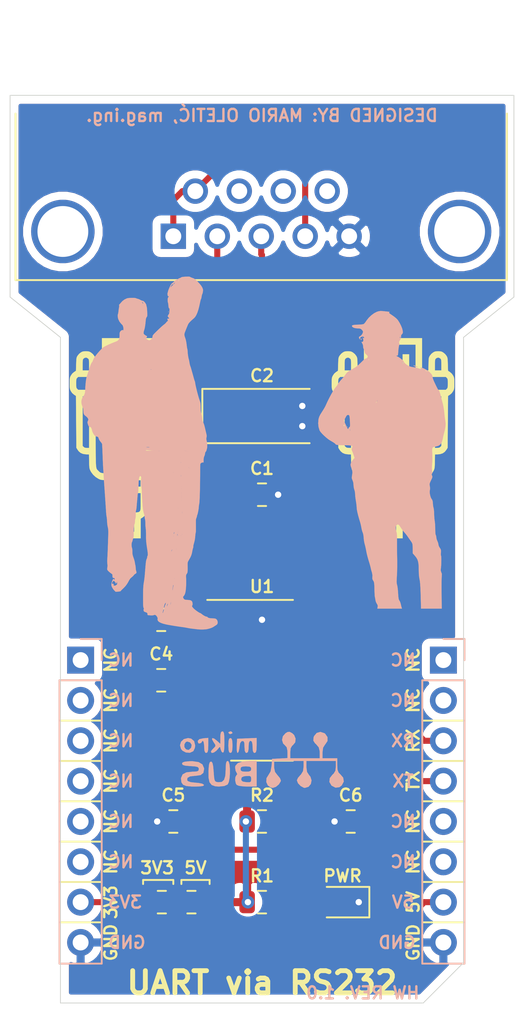
<source format=kicad_pcb>
(kicad_pcb (version 20171130) (host pcbnew "(5.1.5)-3")
  (layers (0 F.Cu signal) (31 B.Cu signal) (34 B.Paste user) (35 F.Paste user) (36 B.SilkS user) (37 F.SilkS user) (38 B.Mask user) (39 F.Mask user) (44 Edge.Cuts user))
  (net 0 "")
  (net 1 VCC)
  (net 2 GND)
  (net 3 "Net-(C3-Pad2)")
  (net 4 "Net-(C3-Pad1)")
  (net 5 "Net-(C4-Pad1)")
  (net 6 "Net-(C4-Pad2)")
  (net 7 "Net-(C5-Pad1)")
  (net 8 "Net-(C6-Pad1)")
  (net 9 "Net-(J1-Pad1)")
  (net 10 "Net-(J1-Pad2)")
  (net 11 "Net-(J1-Pad3)")
  (net 12 "Net-(J1-Pad4)")
  (net 13 "Net-(J1-Pad5)")
  (net 14 "Net-(J1-Pad6)")
  (net 15 +3V3)
  (net 16 +5V)
  (net 17 "Net-(J2-Pad6)")
  (net 18 "Net-(J2-Pad5)")
  (net 19 /TXD)
  (net 20 /RXD)
  (net 21 "Net-(J2-Pad2)")
  (net 22 "Net-(J2-Pad1)")
  (net 23 "Net-(J3-Pad1)")
  (net 24 /TX)
  (net 25 /RX)
  (net 26 "Net-(J3-Pad7)")
  (net 27 "Net-(J3-Pad8)")
  (net 28 "Net-(J3-Pad9)")
  (net 29 "Net-(PWR1-Pad2)")
  (net 30 "Net-(U1-Pad7)")
  (net 31 "Net-(U1-Pad8)")
  (net 32 "Net-(U1-Pad9)")
  (net 33 "Net-(U1-Pad10)")
  (module RS232_click:m&d_logo (layer B.Cu) (at 57.15 117.475 180)
    (fp_text reference G*** hide)
    (fp_text value LOGO hide)
  )
  (module RS232_click:me_logo (layer B.Cu) (at 71.374 118.11 180)
    (fp_text reference G*** hide)
    (fp_text value LOGO hide)
  )
  (module RS232_click:rs232_conn_logo (layer F.Cu) (at 55.245 116.84 90)
    (fp_text reference G*** hide)
    (fp_text value LOGO hide)
  )
  (module RS232_click:rs232_conn_logo (layer F.Cu) (at 71.755 116.84 90)
    (fp_text reference G*** hide)
    (fp_text value LOGO hide)
  )
  (module RS232_click:mikrobus_logo5 (layer B.Cu) (at 63.5 137.16 180)
    (fp_text reference G*** hide)
    (fp_text value LOGO hide)
  )
  (module Connector_Dsub:DSUB-9_Female_Horizontal_P2.77x2.84mm_EdgePinOffset4.94mm_Housed_MountingHolesOffset7.48mm (layer F.Cu) (at 57.912 104.1225 180)
    (fp_text reference J3 hide)
    (fp_text value DB9_Female hide)
    (pad 1 thru_hole rect (at 0 0 180) (size 1.6 1.6) (drill 1) (layers *.Cu *.Mask) (net 23 "Net-(J3-Pad1)"))
    (pad 2 thru_hole circle (at -2.77 0 180) (size 1.6 1.6) (drill 1) (layers *.Cu *.Mask) (net 24 /TX))
    (pad 3 thru_hole circle (at -5.54 0 180) (size 1.6 1.6) (drill 1) (layers *.Cu *.Mask) (net 25 /RX))
    (pad 4 thru_hole circle (at -8.31 0 180) (size 1.6 1.6) (drill 1) (layers *.Cu *.Mask) (net 23 "Net-(J3-Pad1)"))
    (pad 5 thru_hole circle (at -11.08 0 180) (size 1.6 1.6) (drill 1) (layers *.Cu *.Mask) (net 2 GND))
    (pad 6 thru_hole circle (at -1.385 2.84 180) (size 1.6 1.6) (drill 1) (layers *.Cu *.Mask) (net 23 "Net-(J3-Pad1)"))
    (pad 7 thru_hole circle (at -4.155 2.84 180) (size 1.6 1.6) (drill 1) (layers *.Cu *.Mask) (net 26 "Net-(J3-Pad7)"))
    (pad 8 thru_hole circle (at -6.925 2.84 180) (size 1.6 1.6) (drill 1) (layers *.Cu *.Mask) (net 27 "Net-(J3-Pad8)"))
    (pad 9 thru_hole circle (at -9.695 2.84 180) (size 1.6 1.6) (drill 1) (layers *.Cu *.Mask) (net 28 "Net-(J3-Pad9)"))
    (pad 0 thru_hole circle (at -18.04 0.3 180) (size 4 4) (drill 3.2) (layers *.Cu *.Mask))
    (pad 0 thru_hole circle (at 6.96 0.3 180) (size 4 4) (drill 3.2) (layers *.Cu *.Mask))
  )
  (module Capacitor_SMD:C_0805_2012Metric (layer F.Cu) (at 63.5 120.396)
    (fp_text reference C1 (at 0 -1.651) (layer F.SilkS) (effects (font (size 0.762 0.762))))
    (fp_text value 100nF hide)
    (pad 1 smd roundrect (at -0.9375 0) (size 0.975 1.4) (layers F.Cu F.Paste F.Mask) (net 1 VCC))
    (pad 2 smd roundrect (at 0.9375 0) (size 0.975 1.4) (layers F.Cu F.Paste F.Mask) (net 2 GND))
  )
  (module Capacitor_Tantalum_SMD:CP_EIA-6032-20_AVX-F (layer F.Cu) (at 63.5 115.443)
    (fp_text reference C2 (at 0 -2.54) (layer F.SilkS) (effects (font (size 0.762 0.762))))
    (fp_text value 10uF hide)
    (pad 1 smd roundrect (at -2.4625 0) (size 2.075 2.35) (layers F.Cu F.Paste F.Mask) (roundrect_rratio 0.120482) (net 1 VCC))
    (pad 2 smd roundrect (at 2.4625 0) (size 2.075 2.35) (layers F.Cu F.Paste F.Mask) (roundrect_rratio 0.120482) (net 2 GND))
  )
  (module Capacitor_SMD:C_0805_2012Metric (layer F.Cu) (at 57.15 128.27 180)
    (fp_text reference C3 (at 0 1.651) (layer F.SilkS) (effects (font (size 0.762 0.762))))
    (fp_text value 100nF hide)
    (pad 2 smd roundrect (at 0.9375 0 180) (size 0.975 1.4) (layers F.Cu F.Paste F.Mask) (net 3 "Net-(C3-Pad2)"))
    (pad 1 smd roundrect (at -0.9375 0 180) (size 0.975 1.4) (layers F.Cu F.Paste F.Mask) (net 4 "Net-(C3-Pad1)"))
  )
  (module Capacitor_SMD:C_0805_2012Metric (layer F.Cu) (at 57.15 132.08 180)
    (fp_text reference C4 (at 0 1.651) (layer F.SilkS) (effects (font (size 0.762 0.762))))
    (fp_text value 470nF hide)
    (pad 1 smd roundrect (at -0.9375 0 180) (size 0.975 1.4) (layers F.Cu F.Paste F.Mask) (net 5 "Net-(C4-Pad1)"))
    (pad 2 smd roundrect (at 0.9375 0 180) (size 0.975 1.4) (layers F.Cu F.Paste F.Mask) (net 6 "Net-(C4-Pad2)"))
  )
  (module Capacitor_SMD:C_0805_2012Metric (layer F.Cu) (at 57.912 140.97 180)
    (fp_text reference C5 (at 0 1.651) (layer F.SilkS) (effects (font (size 0.762 0.762))))
    (fp_text value 470nF hide)
    (pad 2 smd roundrect (at 0.9375 0 180) (size 0.975 1.4) (layers F.Cu F.Paste F.Mask) (net 2 GND))
    (pad 1 smd roundrect (at -0.9375 0 180) (size 0.975 1.4) (layers F.Cu F.Paste F.Mask) (net 7 "Net-(C5-Pad1)"))
  )
  (module Capacitor_SMD:C_0805_2012Metric (layer F.Cu) (at 69.088 140.97 180)
    (fp_text reference C6 (at 0 1.651) (layer F.SilkS) (effects (font (size 0.762 0.762))))
    (fp_text value 470nF hide)
    (pad 1 smd roundrect (at -0.9375 0 180) (size 0.975 1.4) (layers F.Cu F.Paste F.Mask) (net 8 "Net-(C6-Pad1)"))
    (pad 2 smd roundrect (at 0.9375 0 180) (size 0.975 1.4) (layers F.Cu F.Paste F.Mask) (net 2 GND))
  )
  (module Connector_PinHeader_2.54mm:PinHeader_1x08_P2.54mm_Vertical (layer B.Cu) (at 52.07 130.81 180)
    (fp_text reference J1 hide)
    (fp_text value Conn_01x08 hide)
    (pad 1 thru_hole rect (at 0 0 180) (size 1.7 1.7) (drill 1) (layers *.Cu *.Mask) (net 9 "Net-(J1-Pad1)"))
    (pad 2 thru_hole oval (at 0 -2.54 180) (size 1.7 1.7) (drill 1) (layers *.Cu *.Mask) (net 10 "Net-(J1-Pad2)"))
    (pad 3 thru_hole oval (at 0 -5.08 180) (size 1.7 1.7) (drill 1) (layers *.Cu *.Mask) (net 11 "Net-(J1-Pad3)"))
    (pad 4 thru_hole oval (at 0 -7.62 180) (size 1.7 1.7) (drill 1) (layers *.Cu *.Mask) (net 12 "Net-(J1-Pad4)"))
    (pad 5 thru_hole oval (at 0 -10.16 180) (size 1.7 1.7) (drill 1) (layers *.Cu *.Mask) (net 13 "Net-(J1-Pad5)"))
    (pad 6 thru_hole oval (at 0 -12.7 180) (size 1.7 1.7) (drill 1) (layers *.Cu *.Mask) (net 14 "Net-(J1-Pad6)"))
    (pad 7 thru_hole oval (at 0 -15.24 180) (size 1.7 1.7) (drill 1) (layers *.Cu *.Mask) (net 15 +3V3))
    (pad 8 thru_hole oval (at 0 -17.78 180) (size 1.7 1.7) (drill 1) (layers *.Cu *.Mask) (net 2 GND))
  )
  (module Connector_PinHeader_2.54mm:PinHeader_1x08_P2.54mm_Vertical (layer B.Cu) (at 74.93 130.81 180)
    (fp_text reference J2 hide)
    (fp_text value Conn_01x08 hide)
    (pad 8 thru_hole oval (at 0 -17.78 180) (size 1.7 1.7) (drill 1) (layers *.Cu *.Mask) (net 2 GND))
    (pad 7 thru_hole oval (at 0 -15.24 180) (size 1.7 1.7) (drill 1) (layers *.Cu *.Mask) (net 16 +5V))
    (pad 6 thru_hole oval (at 0 -12.7 180) (size 1.7 1.7) (drill 1) (layers *.Cu *.Mask) (net 17 "Net-(J2-Pad6)"))
    (pad 5 thru_hole oval (at 0 -10.16 180) (size 1.7 1.7) (drill 1) (layers *.Cu *.Mask) (net 18 "Net-(J2-Pad5)"))
    (pad 4 thru_hole oval (at 0 -7.62 180) (size 1.7 1.7) (drill 1) (layers *.Cu *.Mask) (net 19 /TXD))
    (pad 3 thru_hole oval (at 0 -5.08 180) (size 1.7 1.7) (drill 1) (layers *.Cu *.Mask) (net 20 /RXD))
    (pad 2 thru_hole oval (at 0 -2.54 180) (size 1.7 1.7) (drill 1) (layers *.Cu *.Mask) (net 21 "Net-(J2-Pad2)"))
    (pad 1 thru_hole rect (at 0 0 180) (size 1.7 1.7) (drill 1) (layers *.Cu *.Mask) (net 22 "Net-(J2-Pad1)"))
  )
  (module RS232_click:Jumper_0805 (layer F.Cu) (at 59.055 146.05 180)
    (fp_text reference JP1 hide)
    (fp_text value SolderJumper_3_Open hide)
    (pad 3 smd roundrect (at 2.8044 0 180) (size 0.975 1.4) (layers F.Cu F.Paste F.Mask) (net 15 +3V3))
    (pad 1 smd roundrect (at -0.9375 0 180) (size 0.975 1.4) (layers F.Cu F.Paste F.Mask) (net 16 +5V))
    (pad 2 smd roundrect (at 0.9375 0 180) (size 0.975 1.4) (layers F.Cu F.Paste F.Mask) (net 1 VCC))
  )
  (module LED_SMD:LED_0805_2012Metric (layer F.Cu) (at 68.58 146.05 180)
    (fp_text reference PWR1 hide)
    (fp_text value LED hide)
    (pad 1 smd roundrect (at -0.9375 0 180) (size 0.975 1.4) (layers F.Cu F.Paste F.Mask) (net 2 GND))
    (pad 2 smd roundrect (at 0.9375 0 180) (size 0.975 1.4) (layers F.Cu F.Paste F.Mask) (net 29 "Net-(PWR1-Pad2)"))
  )
  (module Resistor_SMD:R_0805_2012Metric (layer F.Cu) (at 63.5 146.05)
    (fp_text reference R1 (at 0 -1.65) (layer F.SilkS) (effects (font (size 0.762 0.762))))
    (fp_text value 4k7 hide)
    (pad 1 smd roundrect (at -0.9375 0) (size 0.975 1.4) (layers F.Cu F.Paste F.Mask) (net 1 VCC))
    (pad 2 smd roundrect (at 0.9375 0) (size 0.975 1.4) (layers F.Cu F.Paste F.Mask) (net 29 "Net-(PWR1-Pad2)"))
  )
  (module Resistor_SMD:R_0805_2012Metric (layer F.Cu) (at 63.5 140.97)
    (fp_text reference R2 (at 0 -1.65) (layer F.SilkS) (effects (font (size 0.762 0.762))))
    (fp_text value 1k hide)
    (pad 2 smd roundrect (at 0.9375 0) (size 0.975 1.4) (layers F.Cu F.Paste F.Mask) (net 19 /TXD))
    (pad 1 smd roundrect (at -0.9375 0) (size 0.975 1.4) (layers F.Cu F.Paste F.Mask) (net 1 VCC))
  )
  (module Package_SO:SOIC-16_3.9x9.9mm_P1.27mm (layer F.Cu) (at 63.5 132.08)
    (fp_text reference U1 (at 0 -5.9) (layer F.SilkS) (effects (font (size 0.762 0.762))))
    (fp_text value MAX3232 hide)
    (pad 1 smd roundrect (at -2.475 -4.445) (size 1.95 0.6) (layers F.Cu F.Paste F.Mask) (net 4 "Net-(C3-Pad1)"))
    (pad 2 smd roundrect (at -2.475 -3.175) (size 1.95 0.6) (layers F.Cu F.Paste F.Mask) (net 8 "Net-(C6-Pad1)"))
    (pad 3 smd roundrect (at -2.475 -1.905) (size 1.95 0.6) (layers F.Cu F.Paste F.Mask) (net 3 "Net-(C3-Pad2)"))
    (pad 4 smd roundrect (at -2.475 -0.635) (size 1.95 0.6) (layers F.Cu F.Paste F.Mask) (net 5 "Net-(C4-Pad1)"))
    (pad 5 smd roundrect (at -2.475 0.635) (size 1.95 0.6) (layers F.Cu F.Paste F.Mask) (net 6 "Net-(C4-Pad2)"))
    (pad 6 smd roundrect (at -2.475 1.905) (size 1.95 0.6) (layers F.Cu F.Paste F.Mask) (net 7 "Net-(C5-Pad1)"))
    (pad 7 smd roundrect (at -2.475 3.175) (size 1.95 0.6) (layers F.Cu F.Paste F.Mask) (net 30 "Net-(U1-Pad7)"))
    (pad 8 smd roundrect (at -2.475 4.445) (size 1.95 0.6) (layers F.Cu F.Paste F.Mask) (net 31 "Net-(U1-Pad8)"))
    (pad 9 smd roundrect (at 2.475 4.445) (size 1.95 0.6) (layers F.Cu F.Paste F.Mask) (net 32 "Net-(U1-Pad9)"))
    (pad 10 smd roundrect (at 2.475 3.175) (size 1.95 0.6) (layers F.Cu F.Paste F.Mask) (net 33 "Net-(U1-Pad10)"))
    (pad 11 smd roundrect (at 2.475 1.905) (size 1.95 0.6) (layers F.Cu F.Paste F.Mask) (net 19 /TXD))
    (pad 12 smd roundrect (at 2.475 0.635) (size 1.95 0.6) (layers F.Cu F.Paste F.Mask) (net 20 /RXD))
    (pad 13 smd roundrect (at 2.475 -0.635) (size 1.95 0.6) (layers F.Cu F.Paste F.Mask) (net 25 /RX))
    (pad 14 smd roundrect (at 2.475 -1.905) (size 1.95 0.6) (layers F.Cu F.Paste F.Mask) (net 24 /TX))
    (pad 15 smd roundrect (at 2.475 -3.175) (size 1.95 0.6) (layers F.Cu F.Paste F.Mask) (net 2 GND))
    (pad 16 smd roundrect (at 2.475 -4.445) (size 1.95 0.6) (layers F.Cu F.Paste F.Mask) (net 1 VCC))
  )
  (gr_text 5V (at 59.309 143.891) (layer F.SilkS) (effects (font (size 0.762 0.762))))
  (gr_text 3V3 (at 56.896 143.891) (layer F.SilkS) (effects (font (size 0.762 0.762))))
  (gr_line (start 60.198 144.653) (end 60.198 144.907) (layer F.SilkS) (width 0.12))
  (gr_line (start 58.42 144.653) (end 60.198 144.653) (layer F.SilkS) (width 0.12))
  (gr_line (start 58.42 144.907) (end 58.42 144.653) (layer F.SilkS) (width 0.12))
  (gr_line (start 57.912 144.653) (end 57.912 144.907) (layer F.SilkS) (width 0.12))
  (gr_line (start 56.007 144.653) (end 57.912 144.653) (layer F.SilkS) (width 0.12))
  (gr_line (start 56.007 144.907) (end 56.007 144.653) (layer F.SilkS) (width 0.12))
  (gr_text "DESIGNED BY: MARIO OLETIĆ, mag.ing." (at 63.5 96.52) (layer B.SilkS) (effects (font (size 0.762 0.762)) (justify mirror)))
  (gr_text "HW REV. 1.0" (at 69.85 151.765) (layer B.SilkS) (effects (font (size 0.762 0.762)) (justify mirror)))
  (gr_text NC (at 72.39 130.81) (layer B.SilkS) (effects (font (size 0.762 0.762)) (justify mirror)))
  (gr_text NC (at 72.39 133.35) (layer B.SilkS) (effects (font (size 0.762 0.762)) (justify mirror)))
  (gr_text NC (at 72.39 140.97) (layer B.SilkS) (effects (font (size 0.762 0.762)) (justify mirror)))
  (gr_text NC (at 72.39 143.51) (layer B.SilkS) (effects (font (size 0.762 0.762)) (justify mirror)))
  (gr_text NC (at 54.61 143.51) (layer B.SilkS) (effects (font (size 0.762 0.762)) (justify mirror)))
  (gr_text NC (at 54.61 140.97) (layer B.SilkS) (effects (font (size 0.762 0.762)) (justify mirror)))
  (gr_text NC (at 54.61 138.43) (layer B.SilkS) (effects (font (size 0.762 0.762)) (justify mirror)))
  (gr_text NC (at 54.61 135.89) (layer B.SilkS) (effects (font (size 0.762 0.762)) (justify mirror)))
  (gr_text NC (at 54.61 133.35) (layer B.SilkS) (effects (font (size 0.762 0.762)) (justify mirror)))
  (gr_text NC (at 54.61 130.81) (layer B.SilkS) (effects (font (size 0.762 0.762)) (justify mirror)))
  (gr_text 5V (at 72.39 146.05) (layer B.SilkS) (effects (font (size 0.762 0.762)) (justify mirror)))
  (gr_text GND (at 72.009 148.59) (layer B.SilkS) (effects (font (size 0.762 0.762)) (justify mirror)))
  (gr_text GND (at 54.991 148.59) (layer B.SilkS) (effects (font (size 0.762 0.762)) (justify mirror)))
  (gr_text 3V3 (at 54.864 146.05) (layer B.SilkS) (effects (font (size 0.762 0.762)) (justify mirror)))
  (gr_text RX (at 72.39 135.89) (layer B.SilkS) (effects (font (size 0.762 0.762)) (justify mirror)))
  (gr_text TX (at 72.39 138.43) (layer B.SilkS) (effects (font (size 0.762 0.762)) (justify mirror)))
  (gr_text NC (at 73.025 143.51 90) (layer F.SilkS) (effects (font (size 0.762 0.762))))
  (gr_text NC (at 73.025 140.97 90) (layer F.SilkS) (effects (font (size 0.762 0.762))))
  (gr_text NC (at 73.025 133.35 90) (layer F.SilkS) (effects (font (size 0.762 0.762))))
  (gr_text NC (at 73.025 130.81 90) (layer F.SilkS) (effects (font (size 0.762 0.762))))
  (gr_text NC (at 53.975 143.51 90) (layer F.SilkS) (effects (font (size 0.762 0.762))))
  (gr_text NC (at 53.975 140.97 90) (layer F.SilkS) (effects (font (size 0.762 0.762))))
  (gr_text NC (at 53.975 138.43 90) (layer F.SilkS) (effects (font (size 0.762 0.762))))
  (gr_text NC (at 53.975 135.89 90) (layer F.SilkS) (effects (font (size 0.762 0.762))))
  (gr_text NC (at 53.975 133.35 90) (layer F.SilkS) (effects (font (size 0.762 0.762))))
  (gr_text RX (at 73.025 135.89 90) (layer F.SilkS) (effects (font (size 0.762 0.762))))
  (gr_text TX (at 73.025 138.43 90) (layer F.SilkS) (effects (font (size 0.762 0.762))))
  (gr_text 5V (at 73.025 146.05 90) (layer F.SilkS) (effects (font (size 0.762 0.762))))
  (gr_text GND (at 73.025 148.59 90) (layer F.SilkS) (effects (font (size 0.762 0.762))))
  (gr_text GND (at 53.975 148.59 90) (layer F.SilkS) (effects (font (size 0.762 0.762))))
  (gr_text 3V3 (at 53.975 146.05 90) (layer F.SilkS) (effects (font (size 0.762 0.762))))
  (gr_text NC (at 53.975 130.81 90) (layer F.SilkS) (effects (font (size 0.762 0.762))))
  (gr_text PWR (at 68.58 144.399) (layer F.SilkS) (effects (font (size 0.762 0.762))))
  (gr_line (start 76.2 132.08) (end 73.66 132.08) (layer F.SilkS) (width 0.12))
  (gr_line (start 76.2 134.62) (end 73.66 134.62) (layer F.SilkS) (width 0.12))
  (gr_line (start 76.2 137.16) (end 73.66 137.16) (layer F.SilkS) (width 0.12))
  (gr_line (start 76.2 139.7) (end 73.66 139.7) (layer F.SilkS) (width 0.12))
  (gr_line (start 76.2 142.24) (end 73.66 142.24) (layer F.SilkS) (width 0.12))
  (gr_line (start 76.2 144.78) (end 73.66 144.78) (layer F.SilkS) (width 0.12))
  (gr_line (start 76.2 147.32) (end 73.66 147.32) (layer F.SilkS) (width 0.12))
  (gr_line (start 50.8 147.32) (end 53.34 147.32) (layer F.SilkS) (width 0.12))
  (gr_line (start 50.8 144.78) (end 53.34 144.78) (layer F.SilkS) (width 0.12))
  (gr_line (start 50.8 142.24) (end 53.34 142.24) (layer F.SilkS) (width 0.12))
  (gr_line (start 50.8 139.7) (end 53.34 139.7) (layer F.SilkS) (width 0.12))
  (gr_line (start 50.8 137.16) (end 53.34 137.16) (layer F.SilkS) (width 0.12))
  (gr_line (start 50.8 134.62) (end 53.34 134.62) (layer F.SilkS) (width 0.12))
  (gr_line (start 50.8 132.08) (end 53.34 132.08) (layer F.SilkS) (width 0.12))
  (gr_text "UART via RS232" (at 63.5 151.13) (layer F.SilkS) (effects (font (size 1.397 1.397) (thickness 0.3048))))
  (gr_line (start 79.375 107.95) (end 79.375 95.25) (layer Edge.Cuts) (width 0.05))
  (gr_line (start 76.2 110.49) (end 79.375 107.95) (layer Edge.Cuts) (width 0.05))
  (gr_line (start 47.625 107.95) (end 47.625 95.25) (layer Edge.Cuts) (width 0.05))
  (gr_line (start 50.8 110.49) (end 47.625 107.95) (layer Edge.Cuts) (width 0.05))
  (gr_line (start 76.2 149.86) (end 73.66 152.4) (layer Edge.Cuts) (width 0.05))
  (gr_line (start 47.625 95.25) (end 79.375 95.25) (layer Edge.Cuts) (width 0.05))
  (gr_line (start 50.8 152.4) (end 50.8 110.49) (layer Edge.Cuts) (width 0.05))
  (gr_line (start 76.2 149.86) (end 76.2 110.49) (layer Edge.Cuts) (width 0.05))
  (gr_line (start 50.8 152.4) (end 73.66 152.4) (layer Edge.Cuts) (width 0.05))
  (via (at 62.611 146.05) (size 0.8) (drill 0.4) (layers F.Cu B.Cu) (net 1))
  (via (at 62.484 140.97) (size 0.8) (drill 0.4) (layers F.Cu B.Cu) (net 1))
  (segment (start 62.484 145.923) (end 62.611 146.05) (width 0.381) (layer B.Cu) (net 1))
  (segment (start 62.484 140.97) (end 62.484 145.923) (width 0.381) (layer B.Cu) (net 1))
  (via (at 66.04 116.078) (size 0.8) (drill 0.4) (layers F.Cu B.Cu) (net 2))
  (via (at 66.04 114.808) (size 0.8) (drill 0.4) (layers F.Cu B.Cu) (net 2))
  (via (at 64.516 120.396) (size 0.8) (drill 0.4) (layers F.Cu B.Cu) (net 2))
  (via (at 69.596 146.05) (size 0.8) (drill 0.4) (layers F.Cu B.Cu) (net 2))
  (via (at 68.072 140.97) (size 0.8) (drill 0.4) (layers F.Cu B.Cu) (net 2))
  (via (at 56.896 140.97) (size 0.8) (drill 0.4) (layers F.Cu B.Cu) (net 2))
  (segment (start 65.975 128.905) (end 63.881 128.905) (width 0.381) (layer F.Cu) (net 2))
  (segment (start 63.881 128.905) (end 63.5 128.524) (width 0.381) (layer F.Cu) (net 2))
  (segment (start 63.5 128.524) (end 63.5 128.27) (width 0.381) (layer F.Cu) (net 2))
  (segment (start 63.5 128.27) (end 63.5 128.27) (width 0.381) (layer F.Cu) (net 2))
  (via (at 63.5 128.27) (size 0.8) (drill 0.4) (layers F.Cu B.Cu) (net 2))
  (segment (start 57.4175 130.175) (end 60.05 130.175) (width 0.381) (layer F.Cu) (net 3))
  (segment (start 60.05 130.175) (end 61.025 130.175) (width 0.381) (layer F.Cu) (net 3))
  (segment (start 56.2125 128.97) (end 57.4175 130.175) (width 0.381) (layer F.Cu) (net 3))
  (segment (start 56.2125 128.27) (end 56.2125 128.97) (width 0.381) (layer F.Cu) (net 3))
  (segment (start 58.7225 127.635) (end 58.0875 128.27) (width 0.381) (layer F.Cu) (net 4))
  (segment (start 61.025 127.635) (end 58.7225 127.635) (width 0.381) (layer F.Cu) (net 4))
  (segment (start 58.7225 131.445) (end 58.0875 132.08) (width 0.381) (layer F.Cu) (net 5))
  (segment (start 61.025 131.445) (end 58.7225 131.445) (width 0.381) (layer F.Cu) (net 5))
  (segment (start 56.2125 132.78) (end 57.2905 133.858) (width 0.381) (layer F.Cu) (net 6))
  (segment (start 56.2125 132.08) (end 56.2125 132.78) (width 0.381) (layer F.Cu) (net 6))
  (segment (start 57.2905 133.858) (end 58.42 133.858) (width 0.381) (layer F.Cu) (net 6))
  (segment (start 59.563 132.715) (end 61.025 132.715) (width 0.381) (layer F.Cu) (net 6))
  (segment (start 58.42 133.858) (end 59.563 132.715) (width 0.381) (layer F.Cu) (net 6))
  (segment (start 60.05 133.985) (end 61.025 133.985) (width 0.381) (layer F.Cu) (net 7))
  (segment (start 58.8495 135.1855) (end 60.05 133.985) (width 0.381) (layer F.Cu) (net 7))
  (segment (start 58.8495 140.97) (end 58.8495 135.1855) (width 0.381) (layer F.Cu) (net 7))
  (segment (start 70.0255 141.67) (end 68.9475 142.748) (width 0.381) (layer F.Cu) (net 8))
  (segment (start 70.0255 140.97) (end 70.0255 141.67) (width 0.381) (layer F.Cu) (net 8))
  (segment (start 68.9475 142.748) (end 61.722 142.748) (width 0.381) (layer F.Cu) (net 8))
  (segment (start 61.722 142.748) (end 60.96 141.986) (width 0.381) (layer F.Cu) (net 8))
  (segment (start 60.96 141.986) (end 60.96 139.954) (width 0.381) (layer F.Cu) (net 8))
  (segment (start 60.96 139.954) (end 63.246 137.668) (width 0.381) (layer F.Cu) (net 8))
  (segment (start 63.246 130.151) (end 62 128.905) (width 0.381) (layer F.Cu) (net 8))
  (segment (start 62 128.905) (end 61.025 128.905) (width 0.381) (layer F.Cu) (net 8))
  (segment (start 63.246 137.668) (end 63.246 130.151) (width 0.381) (layer F.Cu) (net 8))
  (segment (start 55.7631 146.05) (end 52.07 146.05) (width 0.381) (layer F.Cu) (net 15))
  (segment (start 56.2506 146.05) (end 55.7631 146.05) (width 0.381) (layer F.Cu) (net 15))
  (segment (start 73.727919 146.05) (end 71.695919 148.082) (width 0.381) (layer F.Cu) (net 16))
  (segment (start 74.93 146.05) (end 73.727919 146.05) (width 0.381) (layer F.Cu) (net 16))
  (segment (start 71.695919 148.082) (end 60.706 148.082) (width 0.381) (layer F.Cu) (net 16))
  (segment (start 59.9925 147.3685) (end 59.9925 146.05) (width 0.381) (layer F.Cu) (net 16))
  (segment (start 60.706 148.082) (end 59.9925 147.3685) (width 0.381) (layer F.Cu) (net 16))
  (segment (start 74.93 138.43) (end 72.136 138.43) (width 0.381) (layer F.Cu) (net 19))
  (segment (start 67.691 133.985) (end 65.975 133.985) (width 0.381) (layer F.Cu) (net 19))
  (segment (start 72.136 138.43) (end 67.691 133.985) (width 0.381) (layer F.Cu) (net 19))
  (segment (start 66.2775 138.43) (end 72.136 138.43) (width 0.381) (layer F.Cu) (net 19))
  (segment (start 64.4375 140.27) (end 66.2775 138.43) (width 0.381) (layer F.Cu) (net 19))
  (segment (start 64.4375 140.97) (end 64.4375 140.27) (width 0.381) (layer F.Cu) (net 19))
  (segment (start 66.95 132.715) (end 65.975 132.715) (width 0.381) (layer F.Cu) (net 20))
  (segment (start 70.552919 132.715) (end 66.95 132.715) (width 0.381) (layer F.Cu) (net 20))
  (segment (start 73.727919 135.89) (end 70.552919 132.715) (width 0.381) (layer F.Cu) (net 20))
  (segment (start 74.93 135.89) (end 73.727919 135.89) (width 0.381) (layer F.Cu) (net 20))
  (segment (start 59.297 101.2825) (end 58.4835 101.2825) (width 0.381) (layer F.Cu) (net 23))
  (segment (start 57.912 101.854) (end 57.912 104.1225) (width 0.381) (layer F.Cu) (net 23))
  (segment (start 58.4835 101.2825) (end 57.912 101.854) (width 0.381) (layer F.Cu) (net 23))
  (segment (start 66.222 104.1225) (end 66.222 100.258) (width 0.381) (layer F.Cu) (net 23))
  (segment (start 66.222 100.258) (end 65.278 99.314) (width 0.381) (layer F.Cu) (net 23))
  (segment (start 65.278 99.314) (end 61.2655 99.314) (width 0.381) (layer F.Cu) (net 23))
  (segment (start 61.2655 99.314) (end 59.297 101.2825) (width 0.381) (layer F.Cu) (net 23))
  (segment (start 67.945 130.175) (end 65.975 130.175) (width 0.381) (layer F.Cu) (net 24))
  (segment (start 68.58 129.54) (end 67.945 130.175) (width 0.381) (layer F.Cu) (net 24))
  (segment (start 60.682 109.704) (end 62.992 112.014) (width 0.381) (layer F.Cu) (net 24))
  (segment (start 60.682 104.1225) (end 60.682 109.704) (width 0.381) (layer F.Cu) (net 24))
  (segment (start 62.992 112.014) (end 67.818 112.014) (width 0.381) (layer F.Cu) (net 24))
  (segment (start 67.818 112.014) (end 68.58 112.776) (width 0.381) (layer F.Cu) (net 24))
  (segment (start 68.58 112.776) (end 68.58 129.54) (width 0.381) (layer F.Cu) (net 24))
  (segment (start 69.596 130.302) (end 68.453 131.445) (width 0.381) (layer F.Cu) (net 25))
  (segment (start 69.596 112.014) (end 69.596 130.302) (width 0.381) (layer F.Cu) (net 25))
  (segment (start 68.453 131.445) (end 65.975 131.445) (width 0.381) (layer F.Cu) (net 25))
  (segment (start 68.326 110.744) (end 69.596 112.014) (width 0.381) (layer F.Cu) (net 25))
  (segment (start 63.452 105.25387) (end 63.5 105.30187) (width 0.381) (layer F.Cu) (net 25))
  (segment (start 63.452 104.1225) (end 63.452 105.25387) (width 0.381) (layer F.Cu) (net 25))
  (segment (start 63.5 109.728) (end 64.516 110.744) (width 0.381) (layer F.Cu) (net 25))
  (segment (start 63.5 105.30187) (end 63.5 109.728) (width 0.381) (layer F.Cu) (net 25))
  (segment (start 64.516 110.744) (end 68.326 110.744) (width 0.381) (layer F.Cu) (net 25))
  (segment (start 64.4375 146.05) (end 67.6425 146.05) (width 0.381) (layer F.Cu) (net 29))
  (zone (net 2) (net_name GND) (layer B.Cu) (connect_pads (clearance 0.508)) (min_thickness 0.254) (fill yes (arc_segments 32) (thermal_gap 0.508) (thermal_bridge_width 0.508))
    (polygon (pts (xy 80.01 153.67) (xy 46.99 153.67) (xy 46.99 93.98) (xy 80.01 93.98)))
  )
  (zone (net 1) (net_name VCC) (layer F.Cu) (connect_pads (clearance 0.508)) (min_thickness 0.254) (fill yes (arc_segments 32) (thermal_gap 0.508) (thermal_bridge_width 0.508))
    (polygon (pts (xy 80.01 153.67) (xy 46.99 153.67) (xy 46.99 93.98) (xy 80.01 93.98)))
  )
)
</source>
